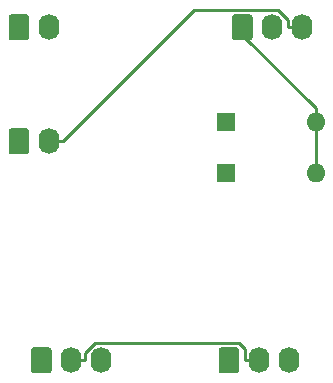
<source format=gbr>
G04 #@! TF.GenerationSoftware,KiCad,Pcbnew,(5.1.5-0-10_14)*
G04 #@! TF.CreationDate,2021-03-15T05:53:21+10:00*
G04 #@! TF.ProjectId,OH - Left Console - 8 - LOX Indicator,4f48202d-204c-4656-9674-20436f6e736f,rev?*
G04 #@! TF.SameCoordinates,Original*
G04 #@! TF.FileFunction,Copper,L2,Bot*
G04 #@! TF.FilePolarity,Positive*
%FSLAX46Y46*%
G04 Gerber Fmt 4.6, Leading zero omitted, Abs format (unit mm)*
G04 Created by KiCad (PCBNEW (5.1.5-0-10_14)) date 2021-03-15 05:53:21*
%MOMM*%
%LPD*%
G04 APERTURE LIST*
%ADD10O,1.740000X2.200000*%
%ADD11C,0.100000*%
%ADD12O,1.600000X1.600000*%
%ADD13R,1.600000X1.600000*%
%ADD14C,0.250000*%
G04 APERTURE END LIST*
D10*
X131953000Y-95123000D03*
G04 #@! TA.AperFunction,ComponentPad*
D11*
G36*
X130057505Y-94024204D02*
G01*
X130081773Y-94027804D01*
X130105572Y-94033765D01*
X130128671Y-94042030D01*
X130150850Y-94052520D01*
X130171893Y-94065132D01*
X130191599Y-94079747D01*
X130209777Y-94096223D01*
X130226253Y-94114401D01*
X130240868Y-94134107D01*
X130253480Y-94155150D01*
X130263970Y-94177329D01*
X130272235Y-94200428D01*
X130278196Y-94224227D01*
X130281796Y-94248495D01*
X130283000Y-94272999D01*
X130283000Y-95973001D01*
X130281796Y-95997505D01*
X130278196Y-96021773D01*
X130272235Y-96045572D01*
X130263970Y-96068671D01*
X130253480Y-96090850D01*
X130240868Y-96111893D01*
X130226253Y-96131599D01*
X130209777Y-96149777D01*
X130191599Y-96166253D01*
X130171893Y-96180868D01*
X130150850Y-96193480D01*
X130128671Y-96203970D01*
X130105572Y-96212235D01*
X130081773Y-96218196D01*
X130057505Y-96221796D01*
X130033001Y-96223000D01*
X128792999Y-96223000D01*
X128768495Y-96221796D01*
X128744227Y-96218196D01*
X128720428Y-96212235D01*
X128697329Y-96203970D01*
X128675150Y-96193480D01*
X128654107Y-96180868D01*
X128634401Y-96166253D01*
X128616223Y-96149777D01*
X128599747Y-96131599D01*
X128585132Y-96111893D01*
X128572520Y-96090850D01*
X128562030Y-96068671D01*
X128553765Y-96045572D01*
X128547804Y-96021773D01*
X128544204Y-95997505D01*
X128543000Y-95973001D01*
X128543000Y-94272999D01*
X128544204Y-94248495D01*
X128547804Y-94224227D01*
X128553765Y-94200428D01*
X128562030Y-94177329D01*
X128572520Y-94155150D01*
X128585132Y-94134107D01*
X128599747Y-94114401D01*
X128616223Y-94096223D01*
X128634401Y-94079747D01*
X128654107Y-94065132D01*
X128675150Y-94052520D01*
X128697329Y-94042030D01*
X128720428Y-94033765D01*
X128744227Y-94027804D01*
X128768495Y-94024204D01*
X128792999Y-94023000D01*
X130033001Y-94023000D01*
X130057505Y-94024204D01*
G37*
G04 #@! TD.AperFunction*
D10*
X131953000Y-85471000D03*
G04 #@! TA.AperFunction,ComponentPad*
D11*
G36*
X130057505Y-84372204D02*
G01*
X130081773Y-84375804D01*
X130105572Y-84381765D01*
X130128671Y-84390030D01*
X130150850Y-84400520D01*
X130171893Y-84413132D01*
X130191599Y-84427747D01*
X130209777Y-84444223D01*
X130226253Y-84462401D01*
X130240868Y-84482107D01*
X130253480Y-84503150D01*
X130263970Y-84525329D01*
X130272235Y-84548428D01*
X130278196Y-84572227D01*
X130281796Y-84596495D01*
X130283000Y-84620999D01*
X130283000Y-86321001D01*
X130281796Y-86345505D01*
X130278196Y-86369773D01*
X130272235Y-86393572D01*
X130263970Y-86416671D01*
X130253480Y-86438850D01*
X130240868Y-86459893D01*
X130226253Y-86479599D01*
X130209777Y-86497777D01*
X130191599Y-86514253D01*
X130171893Y-86528868D01*
X130150850Y-86541480D01*
X130128671Y-86551970D01*
X130105572Y-86560235D01*
X130081773Y-86566196D01*
X130057505Y-86569796D01*
X130033001Y-86571000D01*
X128792999Y-86571000D01*
X128768495Y-86569796D01*
X128744227Y-86566196D01*
X128720428Y-86560235D01*
X128697329Y-86551970D01*
X128675150Y-86541480D01*
X128654107Y-86528868D01*
X128634401Y-86514253D01*
X128616223Y-86497777D01*
X128599747Y-86479599D01*
X128585132Y-86459893D01*
X128572520Y-86438850D01*
X128562030Y-86416671D01*
X128553765Y-86393572D01*
X128547804Y-86369773D01*
X128544204Y-86345505D01*
X128543000Y-86321001D01*
X128543000Y-84620999D01*
X128544204Y-84596495D01*
X128547804Y-84572227D01*
X128553765Y-84548428D01*
X128562030Y-84525329D01*
X128572520Y-84503150D01*
X128585132Y-84482107D01*
X128599747Y-84462401D01*
X128616223Y-84444223D01*
X128634401Y-84427747D01*
X128654107Y-84413132D01*
X128675150Y-84400520D01*
X128697329Y-84390030D01*
X128720428Y-84381765D01*
X128744227Y-84375804D01*
X128768495Y-84372204D01*
X128792999Y-84371000D01*
X130033001Y-84371000D01*
X130057505Y-84372204D01*
G37*
G04 #@! TD.AperFunction*
D10*
X152273000Y-113665000D03*
X149733000Y-113665000D03*
G04 #@! TA.AperFunction,ComponentPad*
D11*
G36*
X147837505Y-112566204D02*
G01*
X147861773Y-112569804D01*
X147885572Y-112575765D01*
X147908671Y-112584030D01*
X147930850Y-112594520D01*
X147951893Y-112607132D01*
X147971599Y-112621747D01*
X147989777Y-112638223D01*
X148006253Y-112656401D01*
X148020868Y-112676107D01*
X148033480Y-112697150D01*
X148043970Y-112719329D01*
X148052235Y-112742428D01*
X148058196Y-112766227D01*
X148061796Y-112790495D01*
X148063000Y-112814999D01*
X148063000Y-114515001D01*
X148061796Y-114539505D01*
X148058196Y-114563773D01*
X148052235Y-114587572D01*
X148043970Y-114610671D01*
X148033480Y-114632850D01*
X148020868Y-114653893D01*
X148006253Y-114673599D01*
X147989777Y-114691777D01*
X147971599Y-114708253D01*
X147951893Y-114722868D01*
X147930850Y-114735480D01*
X147908671Y-114745970D01*
X147885572Y-114754235D01*
X147861773Y-114760196D01*
X147837505Y-114763796D01*
X147813001Y-114765000D01*
X146572999Y-114765000D01*
X146548495Y-114763796D01*
X146524227Y-114760196D01*
X146500428Y-114754235D01*
X146477329Y-114745970D01*
X146455150Y-114735480D01*
X146434107Y-114722868D01*
X146414401Y-114708253D01*
X146396223Y-114691777D01*
X146379747Y-114673599D01*
X146365132Y-114653893D01*
X146352520Y-114632850D01*
X146342030Y-114610671D01*
X146333765Y-114587572D01*
X146327804Y-114563773D01*
X146324204Y-114539505D01*
X146323000Y-114515001D01*
X146323000Y-112814999D01*
X146324204Y-112790495D01*
X146327804Y-112766227D01*
X146333765Y-112742428D01*
X146342030Y-112719329D01*
X146352520Y-112697150D01*
X146365132Y-112676107D01*
X146379747Y-112656401D01*
X146396223Y-112638223D01*
X146414401Y-112621747D01*
X146434107Y-112607132D01*
X146455150Y-112594520D01*
X146477329Y-112584030D01*
X146500428Y-112575765D01*
X146524227Y-112569804D01*
X146548495Y-112566204D01*
X146572999Y-112565000D01*
X147813001Y-112565000D01*
X147837505Y-112566204D01*
G37*
G04 #@! TD.AperFunction*
D10*
X136398000Y-113665000D03*
X133858000Y-113665000D03*
G04 #@! TA.AperFunction,ComponentPad*
D11*
G36*
X131962505Y-112566204D02*
G01*
X131986773Y-112569804D01*
X132010572Y-112575765D01*
X132033671Y-112584030D01*
X132055850Y-112594520D01*
X132076893Y-112607132D01*
X132096599Y-112621747D01*
X132114777Y-112638223D01*
X132131253Y-112656401D01*
X132145868Y-112676107D01*
X132158480Y-112697150D01*
X132168970Y-112719329D01*
X132177235Y-112742428D01*
X132183196Y-112766227D01*
X132186796Y-112790495D01*
X132188000Y-112814999D01*
X132188000Y-114515001D01*
X132186796Y-114539505D01*
X132183196Y-114563773D01*
X132177235Y-114587572D01*
X132168970Y-114610671D01*
X132158480Y-114632850D01*
X132145868Y-114653893D01*
X132131253Y-114673599D01*
X132114777Y-114691777D01*
X132096599Y-114708253D01*
X132076893Y-114722868D01*
X132055850Y-114735480D01*
X132033671Y-114745970D01*
X132010572Y-114754235D01*
X131986773Y-114760196D01*
X131962505Y-114763796D01*
X131938001Y-114765000D01*
X130697999Y-114765000D01*
X130673495Y-114763796D01*
X130649227Y-114760196D01*
X130625428Y-114754235D01*
X130602329Y-114745970D01*
X130580150Y-114735480D01*
X130559107Y-114722868D01*
X130539401Y-114708253D01*
X130521223Y-114691777D01*
X130504747Y-114673599D01*
X130490132Y-114653893D01*
X130477520Y-114632850D01*
X130467030Y-114610671D01*
X130458765Y-114587572D01*
X130452804Y-114563773D01*
X130449204Y-114539505D01*
X130448000Y-114515001D01*
X130448000Y-112814999D01*
X130449204Y-112790495D01*
X130452804Y-112766227D01*
X130458765Y-112742428D01*
X130467030Y-112719329D01*
X130477520Y-112697150D01*
X130490132Y-112676107D01*
X130504747Y-112656401D01*
X130521223Y-112638223D01*
X130539401Y-112621747D01*
X130559107Y-112607132D01*
X130580150Y-112594520D01*
X130602329Y-112584030D01*
X130625428Y-112575765D01*
X130649227Y-112569804D01*
X130673495Y-112566204D01*
X130697999Y-112565000D01*
X131938001Y-112565000D01*
X131962505Y-112566204D01*
G37*
G04 #@! TD.AperFunction*
D10*
X153416000Y-85471000D03*
X150876000Y-85471000D03*
G04 #@! TA.AperFunction,ComponentPad*
D11*
G36*
X148980505Y-84372204D02*
G01*
X149004773Y-84375804D01*
X149028572Y-84381765D01*
X149051671Y-84390030D01*
X149073850Y-84400520D01*
X149094893Y-84413132D01*
X149114599Y-84427747D01*
X149132777Y-84444223D01*
X149149253Y-84462401D01*
X149163868Y-84482107D01*
X149176480Y-84503150D01*
X149186970Y-84525329D01*
X149195235Y-84548428D01*
X149201196Y-84572227D01*
X149204796Y-84596495D01*
X149206000Y-84620999D01*
X149206000Y-86321001D01*
X149204796Y-86345505D01*
X149201196Y-86369773D01*
X149195235Y-86393572D01*
X149186970Y-86416671D01*
X149176480Y-86438850D01*
X149163868Y-86459893D01*
X149149253Y-86479599D01*
X149132777Y-86497777D01*
X149114599Y-86514253D01*
X149094893Y-86528868D01*
X149073850Y-86541480D01*
X149051671Y-86551970D01*
X149028572Y-86560235D01*
X149004773Y-86566196D01*
X148980505Y-86569796D01*
X148956001Y-86571000D01*
X147715999Y-86571000D01*
X147691495Y-86569796D01*
X147667227Y-86566196D01*
X147643428Y-86560235D01*
X147620329Y-86551970D01*
X147598150Y-86541480D01*
X147577107Y-86528868D01*
X147557401Y-86514253D01*
X147539223Y-86497777D01*
X147522747Y-86479599D01*
X147508132Y-86459893D01*
X147495520Y-86438850D01*
X147485030Y-86416671D01*
X147476765Y-86393572D01*
X147470804Y-86369773D01*
X147467204Y-86345505D01*
X147466000Y-86321001D01*
X147466000Y-84620999D01*
X147467204Y-84596495D01*
X147470804Y-84572227D01*
X147476765Y-84548428D01*
X147485030Y-84525329D01*
X147495520Y-84503150D01*
X147508132Y-84482107D01*
X147522747Y-84462401D01*
X147539223Y-84444223D01*
X147557401Y-84427747D01*
X147577107Y-84413132D01*
X147598150Y-84400520D01*
X147620329Y-84390030D01*
X147643428Y-84381765D01*
X147667227Y-84375804D01*
X147691495Y-84372204D01*
X147715999Y-84371000D01*
X148956001Y-84371000D01*
X148980505Y-84372204D01*
G37*
G04 #@! TD.AperFunction*
D12*
X154559000Y-97790000D03*
D13*
X146939000Y-97790000D03*
D12*
X154559000Y-93472000D03*
D13*
X146939000Y-93472000D03*
D14*
X154559000Y-93472000D02*
X154559000Y-92346700D01*
X154559000Y-92346700D02*
X148336000Y-86123700D01*
X148336000Y-86123700D02*
X148336000Y-85471000D01*
X154559000Y-93472000D02*
X154559000Y-97790000D01*
X131953000Y-95123000D02*
X133148300Y-95123000D01*
X153416000Y-85471000D02*
X152220700Y-85471000D01*
X152220700Y-85471000D02*
X152220700Y-84873400D01*
X152220700Y-84873400D02*
X151386300Y-84039000D01*
X151386300Y-84039000D02*
X144232300Y-84039000D01*
X144232300Y-84039000D02*
X133148300Y-95123000D01*
X149733000Y-113665000D02*
X148537700Y-113665000D01*
X133858000Y-113665000D02*
X135053300Y-113665000D01*
X135053300Y-113665000D02*
X135053300Y-113067300D01*
X135053300Y-113067300D02*
X135896500Y-112224100D01*
X135896500Y-112224100D02*
X148068000Y-112224100D01*
X148068000Y-112224100D02*
X148537700Y-112693800D01*
X148537700Y-112693800D02*
X148537700Y-113665000D01*
M02*

</source>
